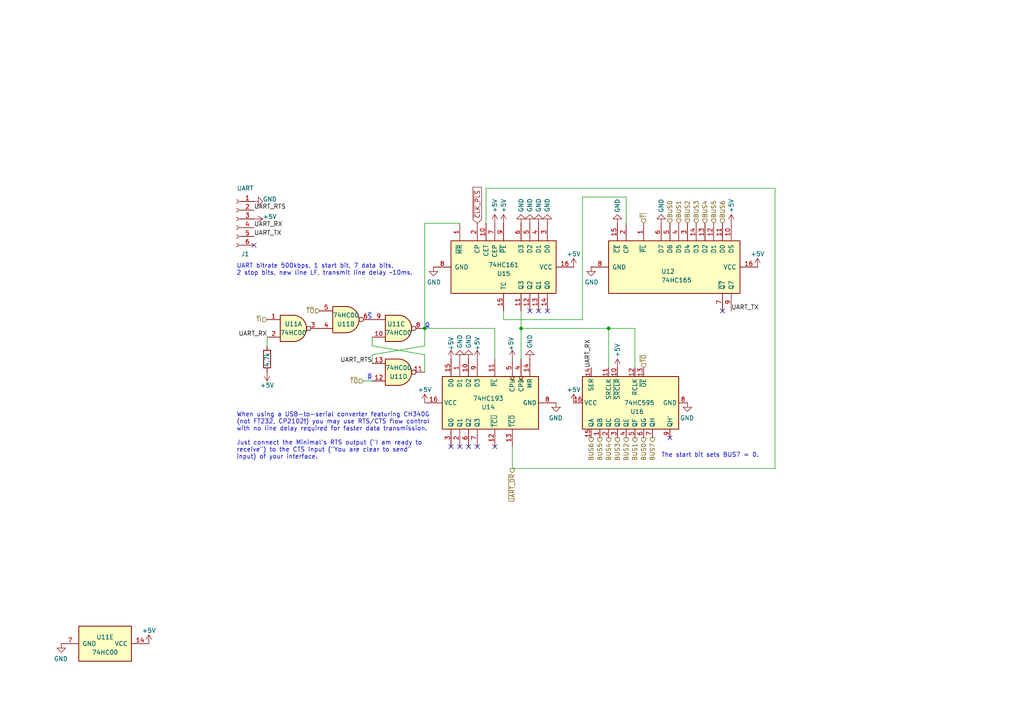
<source format=kicad_sch>
(kicad_sch (version 20250114) (generator "eeschema") (generator_version "9.0")
  (paper "A4")
  (title_block (title "UART") (date "2025-01-09") (rev "1.4 Redux") (comment 2 "creativecommons.org/licenses/by-nc-sa/4.0/") (comment 3 "This work is licensed under CC BY-NC-SA 4.0") (comment 4 "Author: Carsten Herting (slu4)"))
  (lib_symbols
    (symbol "74xx:74HC00" (pin_names (offset 1.016))
      (property "Reference" "U" (at 0 1.27 0))
      (property "Value" "74HC00" (at 0 -1.27 0))
      (symbol "74HC00_1_1"
        (arc (start 0 3.81) (mid 3.7934 0) (end 0 -3.81) (stroke (width 0.254)) (fill (type background)))
        (polyline (pts (xy 0 3.81) (xy -3.81 3.81) (xy -3.81 -3.81) (xy 0 -3.81)) (stroke (width 0.254)) (fill (type background)))
        (pin input line (at -7.62 2.54 0) (length 3.81) (name "~") (number "1"))
        (pin input line (at -7.62 -2.54 0) (length 3.81) (name "~") (number "2"))
        (pin output inverted (at 7.62 0 180) (length 3.81) (name "~") (number "3"))
      )
      (symbol "74HC00_1_2"
        (arc (start -3.81 3.81) (mid -2.589 0) (end -3.81 -3.81) (stroke (width 0.254)))
        (polyline (pts (xy -3.81 3.81) (xy -0.635 3.81)) (stroke (width 0.254)) (fill (type background)))
        (polyline (pts (xy -3.81 -3.81) (xy -0.635 -3.81)) (stroke (width 0.254)) (fill (type background)))
        (arc (start 3.81 0) (mid 2.1855 -2.584) (end -0.6096 -3.81) (stroke (width 0.254)) (fill (type background)))
        (arc (start -0.6096 3.81) (mid 2.1928 2.5924) (end 3.81 0) (stroke (width 0.254)) (fill (type background)))
        (polyline (pts (xy -0.635 3.81) (xy -3.81 3.81) (xy -3.81 3.81) (xy -3.556 3.4036) (xy -3.0226 2.2606) (xy -2.6924 1.0414) (xy -2.6162 -0.254) (xy -2.7686 -1.4986) (xy -3.175 -2.7178) (xy -3.81 -3.81) (xy -3.81 -3.81) (xy -0.635 -3.81)) (stroke (width -25.4)) (fill (type background)))
        (pin input inverted (at -7.62 2.54 0) (length 4.318) (name "~") (number "1"))
        (pin input inverted (at -7.62 -2.54 0) (length 4.318) (name "~") (number "2"))
        (pin output line (at 7.62 0 180) (length 3.81) (name "~") (number "3"))
      )
      (symbol "74HC00_2_1"
        (arc (start 0 3.81) (mid 3.7934 0) (end 0 -3.81) (stroke (width 0.254)) (fill (type background)))
        (polyline (pts (xy 0 3.81) (xy -3.81 3.81) (xy -3.81 -3.81) (xy 0 -3.81)) (stroke (width 0.254)) (fill (type background)))
        (pin input line (at -7.62 2.54 0) (length 3.81) (name "~") (number "4"))
        (pin input line (at -7.62 -2.54 0) (length 3.81) (name "~") (number "5"))
        (pin output inverted (at 7.62 0 180) (length 3.81) (name "~") (number "6"))
      )
      (symbol "74HC00_2_2"
        (arc (start -3.81 3.81) (mid -2.589 0) (end -3.81 -3.81) (stroke (width 0.254)))
        (polyline (pts (xy -3.81 3.81) (xy -0.635 3.81)) (stroke (width 0.254)) (fill (type background)))
        (polyline (pts (xy -3.81 -3.81) (xy -0.635 -3.81)) (stroke (width 0.254)) (fill (type background)))
        (arc (start 3.81 0) (mid 2.1855 -2.584) (end -0.6096 -3.81) (stroke (width 0.254)) (fill (type background)))
        (arc (start -0.6096 3.81) (mid 2.1928 2.5924) (end 3.81 0) (stroke (width 0.254)) (fill (type background)))
        (polyline (pts (xy -0.635 3.81) (xy -3.81 3.81) (xy -3.81 3.81) (xy -3.556 3.4036) (xy -3.0226 2.2606) (xy -2.6924 1.0414) (xy -2.6162 -0.254) (xy -2.7686 -1.4986) (xy -3.175 -2.7178) (xy -3.81 -3.81) (xy -3.81 -3.81) (xy -0.635 -3.81)) (stroke (width -25.4)) (fill (type background)))
        (pin input inverted (at -7.62 2.54 0) (length 4.318) (name "~") (number "4"))
        (pin input inverted (at -7.62 -2.54 0) (length 4.318) (name "~") (number "5"))
        (pin output line (at 7.62 0 180) (length 3.81) (name "~") (number "6"))
      )
      (symbol "74HC00_3_1"
        (arc (start 0 3.81) (mid 3.7934 0) (end 0 -3.81) (stroke (width 0.254)) (fill (type background)))
        (polyline (pts (xy 0 3.81) (xy -3.81 3.81) (xy -3.81 -3.81) (xy 0 -3.81)) (stroke (width 0.254)) (fill (type background)))
        (pin input line (at -7.62 2.54 0) (length 3.81) (name "~") (number "9"))
        (pin input line (at -7.62 -2.54 0) (length 3.81) (name "~") (number "10"))
        (pin output inverted (at 7.62 0 180) (length 3.81) (name "~") (number "8"))
      )
      (symbol "74HC00_3_2"
        (arc (start -3.81 3.81) (mid -2.589 0) (end -3.81 -3.81) (stroke (width 0.254)))
        (polyline (pts (xy -3.81 3.81) (xy -0.635 3.81)) (stroke (width 0.254)) (fill (type background)))
        (polyline (pts (xy -3.81 -3.81) (xy -0.635 -3.81)) (stroke (width 0.254)) (fill (type background)))
        (arc (start 3.81 0) (mid 2.1855 -2.584) (end -0.6096 -3.81) (stroke (width 0.254)) (fill (type background)))
        (arc (start -0.6096 3.81) (mid 2.1928 2.5924) (end 3.81 0) (stroke (width 0.254)) (fill (type background)))
        (polyline (pts (xy -0.635 3.81) (xy -3.81 3.81) (xy -3.81 3.81) (xy -3.556 3.4036) (xy -3.0226 2.2606) (xy -2.6924 1.0414) (xy -2.6162 -0.254) (xy -2.7686 -1.4986) (xy -3.175 -2.7178) (xy -3.81 -3.81) (xy -3.81 -3.81) (xy -0.635 -3.81)) (stroke (width -25.4)) (fill (type background)))
        (pin input inverted (at -7.62 2.54 0) (length 4.318) (name "~") (number "9"))
        (pin input inverted (at -7.62 -2.54 0) (length 4.318) (name "~") (number "10"))
        (pin output line (at 7.62 0 180) (length 3.81) (name "~") (number "8"))
      )
      (symbol "74HC00_4_1"
        (arc (start 0 3.81) (mid 3.7934 0) (end 0 -3.81) (stroke (width 0.254)) (fill (type background)))
        (polyline (pts (xy 0 3.81) (xy -3.81 3.81) (xy -3.81 -3.81) (xy 0 -3.81)) (stroke (width 0.254)) (fill (type background)))
        (pin input line (at -7.62 2.54 0) (length 3.81) (name "~") (number "12"))
        (pin input line (at -7.62 -2.54 0) (length 3.81) (name "~") (number "13"))
        (pin output inverted (at 7.62 0 180) (length 3.81) (name "~") (number "11"))
      )
      (symbol "74HC00_4_2"
        (arc (start -3.81 3.81) (mid -2.589 0) (end -3.81 -3.81) (stroke (width 0.254)))
        (polyline (pts (xy -3.81 3.81) (xy -0.635 3.81)) (stroke (width 0.254)) (fill (type background)))
        (polyline (pts (xy -3.81 -3.81) (xy -0.635 -3.81)) (stroke (width 0.254)) (fill (type background)))
        (arc (start 3.81 0) (mid 2.1855 -2.584) (end -0.6096 -3.81) (stroke (width 0.254)) (fill (type background)))
        (arc (start -0.6096 3.81) (mid 2.1928 2.5924) (end 3.81 0) (stroke (width 0.254)) (fill (type background)))
        (polyline (pts (xy -0.635 3.81) (xy -3.81 3.81) (xy -3.81 3.81) (xy -3.556 3.4036) (xy -3.0226 2.2606) (xy -2.6924 1.0414) (xy -2.6162 -0.254) (xy -2.7686 -1.4986) (xy -3.175 -2.7178) (xy -3.81 -3.81) (xy -3.81 -3.81) (xy -0.635 -3.81)) (stroke (width -25.4)) (fill (type background)))
        (pin input inverted (at -7.62 2.54 0) (length 4.318) (name "~") (number "12"))
        (pin input inverted (at -7.62 -2.54 0) (length 4.318) (name "~") (number "13"))
        (pin output line (at 7.62 0 180) (length 3.81) (name "~") (number "11"))
      )
      (symbol "74HC00_5_0"
        (pin power_in line (at 0 12.7 270) (length 5.08) (name "VCC") (number "14"))
        (pin power_in line (at 0 -12.7 90) (length 5.08) (name "GND") (number "7"))
      )
      (symbol "74HC00_5_1"
        (rectangle (start -5.08 7.62) (end 5.08 -7.62) (stroke (width 0.254)) (fill (type background)))
      )
    )
    (symbol "74xx:74HC595"
      (property "Reference" "U" (at -7.62 13.97 0))
      (property "Value" "74HC595" (at -7.62 -16.51 0))
      (symbol "74HC595_1_0"
        (pin input line (at -10.16 10.16 0) (length 2.54) (name "SER") (number "14"))
        (pin input line (at -10.16 5.08 0) (length 2.54) (name "SRCLK") (number "11"))
        (pin input line (at -10.16 2.54 0) (length 2.54) (name "~{SRCLR}") (number "10"))
        (pin input line (at -10.16 -2.54 0) (length 2.54) (name "RCLK") (number "12"))
        (pin input line (at -10.16 -5.08 0) (length 2.54) (name "~{OE}") (number "13"))
        (pin power_in line (at 0 15.24 270) (length 2.54) (name "VCC") (number "16"))
        (pin power_in line (at 0 -17.78 90) (length 2.54) (name "GND") (number "8"))
        (pin tri_state line (at 10.16 10.16 180) (length 2.54) (name "QA") (number "15"))
        (pin tri_state line (at 10.16 7.62 180) (length 2.54) (name "QB") (number "1"))
        (pin tri_state line (at 10.16 5.08 180) (length 2.54) (name "QC") (number "2"))
        (pin tri_state line (at 10.16 2.54 180) (length 2.54) (name "QD") (number "3"))
        (pin tri_state line (at 10.16 0 180) (length 2.54) (name "QE") (number "4"))
        (pin tri_state line (at 10.16 -2.54 180) (length 2.54) (name "QF") (number "5"))
        (pin tri_state line (at 10.16 -5.08 180) (length 2.54) (name "QG") (number "6"))
        (pin tri_state line (at 10.16 -7.62 180) (length 2.54) (name "QH") (number "7"))
        (pin output line (at 10.16 -12.7 180) (length 2.54) (name "QH'") (number "9"))
      )
      (symbol "74HC595_1_1"
        (rectangle (start -7.62 12.7) (end 7.62 -15.24) (stroke (width 0.254)) (fill (type background)))
      )
    )
    (symbol "8-Bit CPU 32k-cache:74HC00" (pin_names (offset 1.016))
      (property "Reference" "U" (at 0 1.27 0))
      (property "Value" "74HC00" (at 0 -1.27 0))
      (symbol "74HC00_1_1"
        (arc (start 0 3.81) (mid 3.7934 0) (end 0 -3.81) (stroke (width 0.254)) (fill (type background)))
        (polyline (pts (xy 0 3.81) (xy -3.81 3.81) (xy -3.81 -3.81) (xy 0 -3.81)) (stroke (width 0.254)) (fill (type background)))
        (pin input line (at -7.62 2.54 0) (length 3.81) (name "~") (number "1"))
        (pin input line (at -7.62 -2.54 0) (length 3.81) (name "~") (number "2"))
        (pin output inverted (at 7.62 0 180) (length 3.81) (name "~") (number "3"))
      )
      (symbol "74HC00_1_2"
        (arc (start -3.81 3.81) (mid -2.589 0) (end -3.81 -3.81) (stroke (width 0.254)))
        (polyline (pts (xy -3.81 3.81) (xy -0.635 3.81)) (stroke (width 0.254)) (fill (type background)))
        (polyline (pts (xy -3.81 -3.81) (xy -0.635 -3.81)) (stroke (width 0.254)) (fill (type background)))
        (arc (start 3.81 0) (mid 2.1855 -2.584) (end -0.6096 -3.81) (stroke (width 0.254)) (fill (type background)))
        (arc (start -0.6096 3.81) (mid 2.1928 2.5924) (end 3.81 0) (stroke (width 0.254)) (fill (type background)))
        (polyline (pts (xy -0.635 3.81) (xy -3.81 3.81) (xy -3.81 3.81) (xy -3.556 3.4036) (xy -3.0226 2.2606) (xy -2.6924 1.0414) (xy -2.6162 -0.254) (xy -2.7686 -1.4986) (xy -3.175 -2.7178) (xy -3.81 -3.81) (xy -3.81 -3.81) (xy -0.635 -3.81)) (stroke (width -25.4)) (fill (type background)))
        (pin input inverted (at -7.62 2.54 0) (length 4.318) (name "~") (number "1"))
        (pin input inverted (at -7.62 -2.54 0) (length 4.318) (name "~") (number "2"))
        (pin output line (at 7.62 0 180) (length 3.81) (name "~") (number "3"))
      )
      (symbol "74HC00_2_1"
        (arc (start 0 3.81) (mid 3.7934 0) (end 0 -3.81) (stroke (width 0.254)) (fill (type background)))
        (polyline (pts (xy 0 3.81) (xy -3.81 3.81) (xy -3.81 -3.81) (xy 0 -3.81)) (stroke (width 0.254)) (fill (type background)))
        (pin input line (at -7.62 2.54 0) (length 3.81) (name "~") (number "4"))
        (pin input line (at -7.62 -2.54 0) (length 3.81) (name "~") (number "5"))
        (pin output inverted (at 7.62 0 180) (length 3.81) (name "~") (number "6"))
      )
      (symbol "74HC00_2_2"
        (arc (start -3.81 3.81) (mid -2.589 0) (end -3.81 -3.81) (stroke (width 0.254)))
        (polyline (pts (xy -3.81 3.81) (xy -0.635 3.81)) (stroke (width 0.254)) (fill (type background)))
        (polyline (pts (xy -3.81 -3.81) (xy -0.635 -3.81)) (stroke (width 0.254)) (fill (type background)))
        (arc (start 3.81 0) (mid 2.1855 -2.584) (end -0.6096 -3.81) (stroke (width 0.254)) (fill (type background)))
        (arc (start -0.6096 3.81) (mid 2.1928 2.5924) (end 3.81 0) (stroke (width 0.254)) (fill (type background)))
        (polyline (pts (xy -0.635 3.81) (xy -3.81 3.81) (xy -3.81 3.81) (xy -3.556 3.4036) (xy -3.0226 2.2606) (xy -2.6924 1.0414) (xy -2.6162 -0.254) (xy -2.7686 -1.4986) (xy -3.175 -2.7178) (xy -3.81 -3.81) (xy -3.81 -3.81) (xy -0.635 -3.81)) (stroke (width -25.4)) (fill (type background)))
        (pin input inverted (at -7.62 2.54 0) (length 4.318) (name "~") (number "4"))
        (pin input inverted (at -7.62 -2.54 0) (length 4.318) (name "~") (number "5"))
        (pin output line (at 7.62 0 180) (length 3.81) (name "~") (number "6"))
      )
      (symbol "74HC00_3_1"
        (arc (start 0 3.81) (mid 3.7934 0) (end 0 -3.81) (stroke (width 0.254)) (fill (type background)))
        (polyline (pts (xy 0 3.81) (xy -3.81 3.81) (xy -3.81 -3.81) (xy 0 -3.81)) (stroke (width 0.254)) (fill (type background)))
        (pin input line (at -7.62 2.54 0) (length 3.81) (name "~") (number "9"))
        (pin input line (at -7.62 -2.54 0) (length 3.81) (name "~") (number "10"))
        (pin output inverted (at 7.62 0 180) (length 3.81) (name "~") (number "8"))
      )
      (symbol "74HC00_3_2"
        (arc (start -3.81 3.81) (mid -2.589 0) (end -3.81 -3.81) (stroke (width 0.254)))
        (polyline (pts (xy -3.81 3.81) (xy -0.635 3.81)) (stroke (width 0.254)) (fill (type background)))
        (polyline (pts (xy -3.81 -3.81) (xy -0.635 -3.81)) (stroke (width 0.254)) (fill (type background)))
        (arc (start 3.81 0) (mid 2.1855 -2.584) (end -0.6096 -3.81) (stroke (width 0.254)) (fill (type background)))
        (arc (start -0.6096 3.81) (mid 2.1928 2.5924) (end 3.81 0) (stroke (width 0.254)) (fill (type background)))
        (polyline (pts (xy -0.635 3.81) (xy -3.81 3.81) (xy -3.81 3.81) (xy -3.556 3.4036) (xy -3.0226 2.2606) (xy -2.6924 1.0414) (xy -2.6162 -0.254) (xy -2.7686 -1.4986) (xy -3.175 -2.7178) (xy -3.81 -3.81) (xy -3.81 -3.81) (xy -0.635 -3.81)) (stroke (width -25.4)) (fill (type background)))
        (pin input inverted (at -7.62 2.54 0) (length 4.318) (name "~") (number "9"))
        (pin input inverted (at -7.62 -2.54 0) (length 4.318) (name "~") (number "10"))
        (pin output line (at 7.62 0 180) (length 3.81) (name "~") (number "8"))
      )
      (symbol "74HC00_4_1"
        (arc (start 0 3.81) (mid 3.7934 0) (end 0 -3.81) (stroke (width 0.254)) (fill (type background)))
        (polyline (pts (xy 0 3.81) (xy -3.81 3.81) (xy -3.81 -3.81) (xy 0 -3.81)) (stroke (width 0.254)) (fill (type background)))
        (pin input line (at -7.62 2.54 0) (length 3.81) (name "~") (number "12"))
        (pin input line (at -7.62 -2.54 0) (length 3.81) (name "~") (number "13"))
        (pin output inverted (at 7.62 0 180) (length 3.81) (name "~") (number "11"))
      )
      (symbol "74HC00_4_2"
        (arc (start -3.81 3.81) (mid -2.589 0) (end -3.81 -3.81) (stroke (width 0.254)))
        (polyline (pts (xy -3.81 3.81) (xy -0.635 3.81)) (stroke (width 0.254)) (fill (type background)))
        (polyline (pts (xy -3.81 -3.81) (xy -0.635 -3.81)) (stroke (width 0.254)) (fill (type background)))
        (arc (start 3.81 0) (mid 2.1855 -2.584) (end -0.6096 -3.81) (stroke (width 0.254)) (fill (type background)))
        (arc (start -0.6096 3.81) (mid 2.1928 2.5924) (end 3.81 0) (stroke (width 0.254)) (fill (type background)))
        (polyline (pts (xy -0.635 3.81) (xy -3.81 3.81) (xy -3.81 3.81) (xy -3.556 3.4036) (xy -3.0226 2.2606) (xy -2.6924 1.0414) (xy -2.6162 -0.254) (xy -2.7686 -1.4986) (xy -3.175 -2.7178) (xy -3.81 -3.81) (xy -3.81 -3.81) (xy -0.635 -3.81)) (stroke (width -25.4)) (fill (type background)))
        (pin input inverted (at -7.62 2.54 0) (length 4.318) (name "~") (number "12"))
        (pin input inverted (at -7.62 -2.54 0) (length 4.318) (name "~") (number "13"))
        (pin output line (at 7.62 0 180) (length 3.81) (name "~") (number "11"))
      )
      (symbol "74HC00_5_0"
        (pin power_in line (at 0 12.7 270) (length 5.08) (name "VCC") (number "14"))
        (pin power_in line (at 0 -12.7 90) (length 5.08) (name "GND") (number "7"))
      )
      (symbol "74HC00_5_1"
        (rectangle (start -5.08 7.62) (end 5.08 -7.62) (stroke (width 0.254)) (fill (type background)))
      )
    )
    (symbol "8-Bit CPU 32k:74HC161" (pin_names (offset 1.016))
      (property "Reference" "U" (at -7.62 16.51 0))
      (property "Value" "74HC161" (at -7.62 -16.51 0))
      (symbol "74HC161_1_0"
        (pin input line (at -12.7 12.7 0) (length 5.08) (name "D0") (number "3"))
        (pin input line (at -12.7 10.16 0) (length 5.08) (name "D1") (number "4"))
        (pin input line (at -12.7 7.62 0) (length 5.08) (name "D2") (number "5"))
        (pin input line (at -12.7 5.08 0) (length 5.08) (name "D3") (number "6"))
        (pin input line (at -12.7 0 0) (length 5.08) (name "~{PE}") (number "9"))
        (pin input line (at -12.7 -2.54 0) (length 5.08) (name "CEP") (number "7"))
        (pin input line (at -12.7 -5.08 0) (length 5.08) (name "CET") (number "10"))
        (pin input line (at -12.7 -7.62 0) (length 5.08) (name "CP") (number "2"))
        (pin input line (at -12.7 -12.7 0) (length 5.08) (name "~{MR}") (number "1"))
        (pin power_in line (at 0 20.32 270) (length 5.08) (name "VCC") (number "16"))
        (pin power_in line (at 0 -20.32 90) (length 5.08) (name "GND") (number "8"))
        (pin output line (at 12.7 12.7 180) (length 5.08) (name "Q0") (number "14"))
        (pin output line (at 12.7 10.16 180) (length 5.08) (name "Q1") (number "13"))
        (pin output line (at 12.7 7.62 180) (length 5.08) (name "Q2") (number "12"))
        (pin output line (at 12.7 5.08 180) (length 5.08) (name "Q3") (number "11"))
        (pin output line (at 12.7 0 180) (length 5.08) (name "TC") (number "15"))
      )
      (symbol "74HC161_1_1"
        (rectangle (start -7.62 15.24) (end 7.62 -15.24) (stroke (width 0.254)) (fill (type background)))
      )
    )
    (symbol "8-Bit CPU 32k:74HC165" (pin_names (offset 1.016))
      (property "Reference" "U" (at -7.62 19.05 0))
      (property "Value" "74HC165" (at -7.62 -21.59 0))
      (symbol "74HC165_1_0"
        (pin input line (at -12.7 15.24 0) (length 5.08) (name "DS") (number "10"))
        (pin input line (at -12.7 12.7 0) (length 5.08) (name "D0") (number "11"))
        (pin input line (at -12.7 10.16 0) (length 5.08) (name "D1") (number "12"))
        (pin input line (at -12.7 7.62 0) (length 5.08) (name "D2") (number "13"))
        (pin input line (at -12.7 5.08 0) (length 5.08) (name "D3") (number "14"))
        (pin input line (at -12.7 2.54 0) (length 5.08) (name "D4") (number "3"))
        (pin input line (at -12.7 0 0) (length 5.08) (name "D5") (number "4"))
        (pin input line (at -12.7 -2.54 0) (length 5.08) (name "D6") (number "5"))
        (pin input line (at -12.7 -5.08 0) (length 5.08) (name "D7") (number "6"))
        (pin input line (at -12.7 -10.16 0) (length 5.08) (name "~{PL}") (number "1"))
        (pin input line (at -12.7 -15.24 0) (length 5.08) (name "CP") (number "2"))
        (pin input line (at -12.7 -17.78 0) (length 5.08) (name "~{CE}") (number "15"))
        (pin power_in line (at 0 22.86 270) (length 5.08) (name "VCC") (number "16"))
        (pin power_in line (at 0 -25.4 90) (length 5.08) (name "GND") (number "8"))
        (pin output line (at 12.7 15.24 180) (length 5.08) (name "Q7") (number "9"))
        (pin output line (at 12.7 12.7 180) (length 5.08) (name "~{Q7}") (number "7"))
      )
      (symbol "74HC165_1_1"
        (rectangle (start -7.62 17.78) (end 7.62 -20.32) (stroke (width 0.254)) (fill (type background)))
      )
    )
    (symbol "8-Bit CPU 32k:74HC193"
      (property "Reference" "U" (at -7.62 13.97 0))
      (property "Value" "74HC193" (at 5.08 13.97 0))
      (symbol "74HC193_1_0"
        (pin input line (at -12.7 10.16 0) (length 5.08) (name "D0") (number "15"))
        (pin input line (at -12.7 7.62 0) (length 5.08) (name "D1") (number "1"))
        (pin input line (at -12.7 5.08 0) (length 5.08) (name "D2") (number "10"))
        (pin input line (at -12.7 2.54 0) (length 5.08) (name "D3") (number "9"))
        (pin input line (at -12.7 -2.54 0) (length 5.08) (name "~{PL}") (number "11"))
        (pin input clock (at -12.7 -7.62 0) (length 5.08) (name "CPU") (number "5"))
        (pin input clock (at -12.7 -10.16 0) (length 5.08) (name "CPD") (number "4"))
        (pin input line (at -12.7 -12.7 0) (length 5.08) (name "MR") (number "14"))
        (pin power_in line (at 0 17.78 270) (length 5.08) (name "VCC") (number "16"))
        (pin power_in line (at 0 -20.32 90) (length 5.08) (name "GND") (number "8"))
        (pin output line (at 12.7 10.16 180) (length 5.08) (name "Q0") (number "3"))
        (pin output line (at 12.7 7.62 180) (length 5.08) (name "Q1") (number "2"))
        (pin output line (at 12.7 5.08 180) (length 5.08) (name "Q2") (number "6"))
        (pin output line (at 12.7 2.54 180) (length 5.08) (name "Q3") (number "7"))
        (pin output line (at 12.7 -2.54 180) (length 5.08) (name "~{TCU}") (number "12"))
        (pin output line (at 12.7 -7.62 180) (length 5.08) (name "~{TCD}") (number "13"))
      )
      (symbol "74HC193_1_1"
        (rectangle (start -7.62 12.7) (end 7.62 -15.24) (stroke (width 0.254)) (fill (type background)))
      )
    )
    (symbol "Connector:Conn_01x06_Female" (pin_names (offset 1.016) (hide yes))
      (property "Reference" "J" (at 0 7.62 0))
      (property "Value" "Conn_01x06_Female" (at 0 -10.16 0))
      (symbol "Conn_01x06_Female_1_1"
        (polyline (pts (xy -1.27 5.08) (xy -0.508 5.08)) (stroke (width 0.1524)))
        (polyline (pts (xy -1.27 2.54) (xy -0.508 2.54)) (stroke (width 0.1524)))
        (polyline (pts (xy -1.27 0) (xy -0.508 0)) (stroke (width 0.1524)))
        (polyline (pts (xy -1.27 -2.54) (xy -0.508 -2.54)) (stroke (width 0.1524)))
        (polyline (pts (xy -1.27 -5.08) (xy -0.508 -5.08)) (stroke (width 0.1524)))
        (polyline (pts (xy -1.27 -7.62) (xy -0.508 -7.62)) (stroke (width 0.1524)))
        (arc (start 0 4.572) (mid -0.5058 5.08) (end 0 5.588) (stroke (width 0.1524)))
        (arc (start 0 2.032) (mid -0.5058 2.54) (end 0 3.048) (stroke (width 0.1524)))
        (arc (start 0 -0.508) (mid -0.5058 0) (end 0 0.508) (stroke (width 0.1524)))
        (arc (start 0 -3.048) (mid -0.5058 -2.54) (end 0 -2.032) (stroke (width 0.1524)))
        (arc (start 0 -5.588) (mid -0.5058 -5.08) (end 0 -4.572) (stroke (width 0.1524)))
        (arc (start 0 -8.128) (mid -0.5058 -7.62) (end 0 -7.112) (stroke (width 0.1524)))
        (pin passive line (at -5.08 5.08 0) (length 3.81) (name "Pin_1") (number "1"))
        (pin passive line (at -5.08 2.54 0) (length 3.81) (name "Pin_2") (number "2"))
        (pin passive line (at -5.08 0 0) (length 3.81) (name "Pin_3") (number "3"))
        (pin passive line (at -5.08 -2.54 0) (length 3.81) (name "Pin_4") (number "4"))
        (pin passive line (at -5.08 -5.08 0) (length 3.81) (name "Pin_5") (number "5"))
        (pin passive line (at -5.08 -7.62 0) (length 3.81) (name "Pin_6") (number "6"))
      )
    )
    (symbol "Device:R" (pin_numbers (hide yes)) (pin_names (offset 0))
      (property "Reference" "R" (at 2.032 0 90))
      (property "Value" "R" (at 0 0 90))
      (symbol "R_0_1"
        (rectangle (start -1.016 -2.54) (end 1.016 2.54) (stroke (width 0.254)))
      )
      (symbol "R_1_1"
        (pin passive line (at 0 3.81 270) (length 1.27) (name "~") (number "1"))
        (pin passive line (at 0 -3.81 90) (length 1.27) (name "~") (number "2"))
      )
    )
    (symbol "power:+5V" (power) (pin_numbers (hide yes)) (pin_names (offset 0) (hide yes))
      (property "Value" "+5V" (at 0 3.556 0))
      (symbol "+5V_0_1"
        (polyline (pts (xy -0.762 1.27) (xy 0 2.54)))
        (polyline (pts (xy 0 2.54) (xy 0.762 1.27)))
        (polyline (pts (xy 0 0) (xy 0 2.54)))
      )
      (symbol "+5V_1_1"
        (pin power_in line (at 0 0 90) (length 0) (name "~") (number "1"))
      )
    )
    (symbol "power:GND" (power) (pin_numbers (hide yes)) (pin_names (offset 0) (hide yes))
      (property "Value" "GND" (at 0 -3.81 0))
      (symbol "GND_0_1"
        (polyline (pts (xy 0 0) (xy 0 -1.27) (xy 1.27 -1.27) (xy 0 -2.54) (xy -1.27 -1.27) (xy 0 -1.27)))
      )
      (symbol "GND_1_1"
        (pin power_in line (at 0 0 270) (length 0) (name "~") (number "1"))
      )
    )
  )
  (text "~{S}" (at 107.95 92.71 0) (effects (font (size 1.27 1.27)) (justify right bottom)))
  (text "UART bitrate 500kbps, 1 start bit, 7 data bits,\n2 stop bits, new line LF, transmit line delay ~10ms." (at 68.58 80.01 0) (effects (font (size 1.27 1.27)) (justify left bottom)))
  (text "Q" (at 123.19 95.25 0) (effects (font (size 1.27 1.27)) (justify left bottom)))
  (text "~{R}" (at 107.95 110.49 0) (effects (font (size 1.27 1.27)) (justify right bottom)))
  (text "The start bit sets BUS7 = 0." (at 191.77 132.08 0) (effects (font (size 1.27 1.27)) (justify left)))
  (text "When using a USB-to-serial converter featuring CH340G\n(not FT232, CP2102!) you may use RTS/CTS flow control\nwith no line delay required for faster data transmission.\n\nJust connect the Minimal's RTS output (\"I am ready to\nreceive\") to the CTS input (\"You are clear to send\"\ninput) of your interface." (at 68.58 133.35 0) (effects (font (size 1.27 1.27)) (justify left bottom)))
  (junction (at 176.53 95.25))
  (junction (at 123.19 95.25))
  (junction (at 151.13 95.25))
  (no_connect (at 209.55 90.17))
  (no_connect (at 135.89 129.54))
  (no_connect (at 130.81 129.54))
  (no_connect (at 194.31 127))
  (no_connect (at 153.67 90.17))
  (no_connect (at 156.21 90.17))
  (no_connect (at 143.51 129.54))
  (no_connect (at 138.43 129.54))
  (no_connect (at 73.66 71.12))
  (no_connect (at 133.35 129.54))
  (no_connect (at 158.75 90.17))
  (wire (pts (xy 151.13 95.25) (xy 176.53 95.25)))
  (wire (pts (xy 224.79 54.61) (xy 224.79 135.89)))
  (wire (pts (xy 140.97 64.77) (xy 140.97 54.61)))
  (wire (pts (xy 148.59 135.89) (xy 148.59 129.54)))
  (wire (pts (xy 168.91 92.71) (xy 168.91 57.15)))
  (wire (pts (xy 143.51 95.25) (xy 123.19 95.25)))
  (wire (pts (xy 181.61 57.15) (xy 181.61 64.77)))
  (wire (pts (xy 176.53 95.25) (xy 176.53 106.68)))
  (wire (pts (xy 107.95 100.33) (xy 123.19 102.87)))
  (wire (pts (xy 224.79 135.89) (xy 148.59 135.89)))
  (wire (pts (xy 140.97 54.61) (xy 224.79 54.61)))
  (wire (pts (xy 146.05 90.17) (xy 146.05 92.71)))
  (wire (pts (xy 151.13 95.25) (xy 151.13 104.14)))
  (wire (pts (xy 105.41 110.49) (xy 107.95 110.49)))
  (wire (pts (xy 123.19 64.77) (xy 133.35 64.77)))
  (wire (pts (xy 184.15 95.25) (xy 176.53 95.25)))
  (wire (pts (xy 123.19 102.87) (xy 123.19 107.95)))
  (wire (pts (xy 107.95 97.79) (xy 107.95 100.33)))
  (wire (pts (xy 184.15 106.68) (xy 184.15 95.25)))
  (wire (pts (xy 146.05 92.71) (xy 168.91 92.71)))
  (wire (pts (xy 123.19 100.33) (xy 123.19 95.25)))
  (wire (pts (xy 143.51 104.14) (xy 143.51 95.25)))
  (wire (pts (xy 107.95 105.41) (xy 107.95 102.87)))
  (wire (pts (xy 168.91 57.15) (xy 181.61 57.15)))
  (wire (pts (xy 107.95 102.87) (xy 123.19 100.33)))
  (wire (pts (xy 151.13 90.17) (xy 151.13 95.25)))
  (wire (pts (xy 77.47 97.79) (xy 77.47 100.33)))
  (wire (pts (xy 123.19 95.25) (xy 123.19 64.77)))
  (label "UART_TX" (at 73.66 68.58 0))
  (label "UART_RX" (at 171.45 106.68 90))
  (label "UART_RX" (at 77.47 97.79 180))
  (label "UART_RTS" (at 73.66 60.96 0))
  (label "UART_RTS" (at 107.95 105.41 180))
  (label "UART_TX" (at 212.09 90.17 0))
  (label "UART_RX" (at 73.66 66.04 0))
  (global_label "~{CLK_PLS}" (shape input) (at 138.43 64.77 90) (property "Intersheetrefs" "${INTERSHEET_REFS}" (effects (hide yes))))
  (hierarchical_label "BUS5" (shape output) (at 173.99 127 270))
  (hierarchical_label "BUS6" (shape input) (at 209.55 64.77 90))
  (hierarchical_label "BUS2" (shape output) (at 181.61 127 270))
  (hierarchical_label "BUS3" (shape input) (at 201.93 64.77 90))
  (hierarchical_label "BUS5" (shape input) (at 207.01 64.77 90))
  (hierarchical_label "~{TO}" (shape input) (at 186.69 106.68 90))
  (hierarchical_label "BUS1" (shape output) (at 184.15 127 270))
  (hierarchical_label "~{TI}" (shape input) (at 186.69 64.77 90))
  (hierarchical_label "BUS2" (shape input) (at 199.39 64.77 90))
  (hierarchical_label "~{TO}" (shape input) (at 92.71 90.17 180))
  (hierarchical_label "~{TI}" (shape input) (at 77.47 92.71 180))
  (hierarchical_label "BUS4" (shape input) (at 204.47 64.77 90))
  (hierarchical_label "BUS0" (shape input) (at 194.31 64.77 90))
  (hierarchical_label "~{UART_DR}" (shape output) (at 148.59 135.89 270))
  (hierarchical_label "~{TO}" (shape input) (at 105.41 110.49 180))
  (hierarchical_label "BUS1" (shape input) (at 196.85 64.77 90))
  (hierarchical_label "BUS0" (shape output) (at 186.69 127 270))
  (hierarchical_label "BUS4" (shape output) (at 176.53 127 270))
  (hierarchical_label "BUS6" (shape output) (at 171.45 127 270))
  (hierarchical_label "BUS7" (shape output) (at 189.23 127 270))
  (hierarchical_label "BUS3" (shape output) (at 179.07 127 270))
  (symbol (lib_id "74xx:74HC595") (at 181.61 116.84 90) (mirror x) (unit 1)
    (property "Reference" "U16" (at 184.785 119.38 90))
    (property "Value" "74HC595" (at 185.42 116.84 90))
    (property "Footprint" "Package_DIP:DIP-16_W7.62mm_Socket" (effects (hide yes)))
    (property "Datasheet" "http://www.ti.com/lit/ds/symlink/sn74hc595.pdf" (effects (hide yes)))
    (property "Description" "8-bit serial in/out Shift Register 3-State Outputs" (effects (hide yes)))
  )
  (symbol (lib_id "power:GND") (at 73.66 58.42 90) (unit 1)
    (property "Reference" "#PWR04" (effects (hide yes)))
    (property "Value" "GND" (at 76.2 57.785 90) (effects (justify right)))
    (property "Description" "Power symbol creates a global label with name \"GND\" , ground" (effects (hide yes)))
  )
  (symbol (lib_id "power:GND") (at 156.21 64.77 180) (unit 1)
    (property "Reference" "#PWR028" (effects (hide yes)))
    (property "Value" "GND" (at 156.21 61.595 90) (effects (justify right)))
    (property "Description" "Power symbol creates a global label with name \"GND\" , ground" (effects (hide yes)))
  )
  (symbol (lib_id "power:+5V") (at 219.71 77.47 0) (unit 1)
    (property "Reference" "#PWR0249" (effects (hide yes)))
    (property "Value" "+5V" (at 219.71 73.66 0))
    (property "Description" "Power symbol creates a global label with name \"+5V\"" (effects (hide yes)))
  )
  (symbol (lib_id "Connector:Conn_01x06_Female") (at 68.58 63.5 0) (mirror y) (unit 1)
    (property "Reference" "J1" (at 71.12 73.66 0))
    (property "Value" "UART" (at 71.12 54.61 0))
    (property "Footprint" "Connector_PinSocket_2.54mm:PinSocket_1x06_P2.54mm_Vertical" (effects (hide yes)))
  )
  (symbol (lib_id "power:+5V") (at 146.05 64.77 0) (unit 1)
    (property "Reference" "#PWR083" (effects (hide yes)))
    (property "Value" "+5V" (at 146.05 59.69 90))
    (property "Description" "Power symbol creates a global label with name \"+5V\"" (effects (hide yes)))
  )
  (symbol (lib_id "74xx:74HC00") (at 115.57 95.25 0) (unit 3)
    (property "Reference" "U11" (at 114.935 93.98 0))
    (property "Value" "74HC00" (at 115.57 96.52 0))
    (property "Footprint" "Package_DIP:DIP-14_W7.62mm_Socket" (effects (hide yes)))
    (property "Datasheet" "http://www.ti.com/lit/gpn/sn74hc00" (effects (hide yes)))
    (property "Description" "quad 2-input NAND gate" (effects (hide yes)))
  )
  (symbol (lib_id "8-Bit CPU 32k-cache:74HC00") (at 30.48 186.69 270) (unit 5)
    (property "Reference" "U11" (at 30.48 184.785 90))
    (property "Value" "74HC00" (at 30.48 189.23 90))
    (property "Footprint" "Package_DIP:DIP-14_W7.62mm_Socket" (effects (hide yes)))
  )
  (symbol (lib_id "power:GND") (at 17.78 186.69 0) (mirror y) (unit 1)
    (property "Reference" "#PWR019" (effects (hide yes)))
    (property "Value" "GND" (at 17.653 191.0842 0))
    (property "Description" "Power symbol creates a global label with name \"GND\" , ground" (effects (hide yes)))
  )
  (symbol (lib_id "74xx:74HC00") (at 115.57 107.95 0) (mirror x) (unit 4)
    (property "Reference" "U11" (at 115.57 109.22 0))
    (property "Value" "74HC00" (at 115.57 106.68 0))
    (property "Footprint" "Package_DIP:DIP-14_W7.62mm_Socket" (effects (hide yes)))
    (property "Datasheet" "http://www.ti.com/lit/gpn/sn74hc00" (effects (hide yes)))
    (property "Description" "quad 2-input NAND gate" (effects (hide yes)))
  )
  (symbol (lib_id "power:GND") (at 135.89 104.14 0) (mirror x) (unit 1)
    (property "Reference" "#PWR062" (effects (hide yes)))
    (property "Value" "GND" (at 135.89 99.06 90))
    (property "Description" "Power symbol creates a global label with name \"GND\" , ground" (effects (hide yes)))
  )
  (symbol (lib_id "8-Bit CPU 32k:74HC165") (at 196.85 77.47 270) (unit 1)
    (property "Reference" "U12" (at 191.77 78.74 90) (effects (justify left)))
    (property "Value" "74HC165" (at 191.77 81.28 90) (effects (justify left)))
    (property "Footprint" "Package_DIP:DIP-16_W7.62mm_Socket" (effects (hide yes)))
    (property "Datasheet" "http://www.ti.com/lit/gpn/sn74LS165" (effects (hide yes)))
    (property "Description" "Shift Register 8-bit, parallel load" (effects (hide yes)))
  )
  (symbol (lib_id "power:+5V") (at 179.07 106.68 0) (mirror y) (unit 1)
    (property "Reference" "#PWR0177" (effects (hide yes)))
    (property "Value" "+5V" (at 179.07 101.6 90))
    (property "Description" "Power symbol creates a global label with name \"+5V\"" (effects (hide yes)))
  )
  (symbol (lib_id "power:+5V") (at 77.47 107.95 0) (mirror x) (unit 1)
    (property "Reference" "#PWR018" (effects (hide yes)))
    (property "Value" "+5V" (at 77.47 111.76 0))
    (property "Description" "Power symbol creates a global label with name \"+5V\"" (effects (hide yes)))
  )
  (symbol (lib_id "power:GND") (at 191.77 64.77 180) (unit 1)
    (property "Reference" "#PWR0191" (effects (hide yes)))
    (property "Value" "GND" (at 191.77 59.69 90))
    (property "Description" "Power symbol creates a global label with name \"GND\" , ground" (effects (hide yes)))
  )
  (symbol (lib_id "power:GND") (at 161.29 116.84 0) (mirror y) (unit 1)
    (property "Reference" "#PWR0101" (effects (hide yes)))
    (property "Value" "GND" (at 161.163 121.2342 0))
    (property "Description" "Power symbol creates a global label with name \"GND\" , ground" (effects (hide yes)))
  )
  (symbol (lib_id "power:GND") (at 153.67 104.14 0) (mirror x) (unit 1)
    (property "Reference" "#PWR097" (effects (hide yes)))
    (property "Value" "GND" (at 153.67 99.06 90))
    (property "Description" "Power symbol creates a global label with name \"GND\" , ground" (effects (hide yes)))
  )
  (symbol (lib_id "power:+5V") (at 166.37 77.47 0) (unit 1)
    (property "Reference" "#PWR0125" (effects (hide yes)))
    (property "Value" "+5V" (at 166.37 73.66 0))
    (property "Description" "Power symbol creates a global label with name \"+5V\"" (effects (hide yes)))
  )
  (symbol (lib_id "power:GND") (at 133.35 104.14 0) (mirror x) (unit 1)
    (property "Reference" "#PWR032" (effects (hide yes)))
    (property "Value" "GND" (at 133.35 99.06 90))
    (property "Description" "Power symbol creates a global label with name \"GND\" , ground" (effects (hide yes)))
  )
  (symbol (lib_id "power:GND") (at 171.45 77.47 0) (unit 1)
    (property "Reference" "#PWR0162" (effects (hide yes)))
    (property "Value" "GND" (at 171.577 81.8642 0))
    (property "Description" "Power symbol creates a global label with name \"GND\" , ground" (effects (hide yes)))
  )
  (symbol (lib_id "power:GND") (at 125.73 77.47 0) (unit 1)
    (property "Reference" "#PWR026" (effects (hide yes)))
    (property "Value" "GND" (at 125.857 81.8642 0))
    (property "Description" "Power symbol creates a global label with name \"GND\" , ground" (effects (hide yes)))
  )
  (symbol (lib_id "74xx:74HC00") (at 85.09 95.25 0) (unit 1)
    (property "Reference" "U11" (at 85.09 93.98 0))
    (property "Value" "74HC00" (at 85.09 96.52 0))
    (property "Footprint" "Package_DIP:DIP-14_W7.62mm_Socket" (effects (hide yes)))
    (property "Datasheet" "http://www.ti.com/lit/gpn/sn74hc00" (effects (hide yes)))
    (property "Description" "quad 2-input NAND gate" (effects (hide yes)))
  )
  (symbol (lib_id "power:+5V") (at 130.81 104.14 0) (mirror y) (unit 1)
    (property "Reference" "#PWR027" (effects (hide yes)))
    (property "Value" "+5V" (at 130.81 99.695 90))
    (property "Description" "Power symbol creates a global label with name \"+5V\"" (effects (hide yes)))
  )
  (symbol (lib_id "power:+5V") (at 43.18 186.69 0) (mirror y) (unit 1)
    (property "Reference" "#PWR023" (effects (hide yes)))
    (property "Value" "+5V" (at 43.18 182.88 0))
    (property "Description" "Power symbol creates a global label with name \"+5V\"" (effects (hide yes)))
  )
  (symbol (lib_id "power:+5V") (at 212.09 64.77 0) (unit 1)
    (property "Reference" "#PWR0229" (effects (hide yes)))
    (property "Value" "+5V" (at 212.09 59.69 90))
    (property "Description" "Power symbol creates a global label with name \"+5V\"" (effects (hide yes)))
  )
  (symbol (lib_id "power:+5V") (at 138.43 104.14 0) (mirror y) (unit 1)
    (property "Reference" "#PWR064" (effects (hide yes)))
    (property "Value" "+5V" (at 138.43 99.695 90))
    (property "Description" "Power symbol creates a global label with name \"+5V\"" (effects (hide yes)))
  )
  (symbol (lib_id "power:+5V") (at 166.37 116.84 0) (mirror y) (unit 1)
    (property "Reference" "#PWR0157" (effects (hide yes)))
    (property "Value" "+5V" (at 166.37 113.03 0))
    (property "Description" "Power symbol creates a global label with name \"+5V\"" (effects (hide yes)))
  )
  (symbol (lib_id "power:GND") (at 199.39 116.84 0) (mirror y) (unit 1)
    (property "Reference" "#PWR0194" (effects (hide yes)))
    (property "Value" "GND" (at 199.263 121.2342 0))
    (property "Description" "Power symbol creates a global label with name \"GND\" , ground" (effects (hide yes)))
  )
  (symbol (lib_id "power:+5V") (at 148.59 104.14 0) (mirror y) (unit 1)
    (property "Reference" "#PWR086" (effects (hide yes)))
    (property "Value" "+5V" (at 148.209 99.7458 90))
    (property "Description" "Power symbol creates a global label with name \"+5V\"" (effects (hide yes)))
  )
  (symbol (lib_id "8-Bit CPU 32k:74HC161") (at 146.05 77.47 270) (unit 1)
    (property "Reference" "U15" (at 144.145 79.375 90) (effects (justify left)))
    (property "Value" "74HC161" (at 141.605 76.835 90) (effects (justify left)))
    (property "Footprint" "Package_DIP:DIP-16_W7.62mm_Socket" (effects (hide yes)))
    (property "Datasheet" "http://www.ti.com/lit/gpn/sn74LS161" (effects (hide yes)))
    (property "Description" "Synchronous 4-bit programmable binary Counter" (effects (hide yes)))
  )
  (symbol (lib_id "power:GND") (at 151.13 64.77 180) (unit 1)
    (property "Reference" "#PWR022" (effects (hide yes)))
    (property "Value" "GND" (at 151.13 61.595 90) (effects (justify right)))
    (property "Description" "Power symbol creates a global label with name \"GND\" , ground" (effects (hide yes)))
  )
  (symbol (lib_id "Device:R") (at 77.47 104.14 0) (mirror x) (unit 1)
    (property "Reference" "R1" (effects (hide yes)))
    (property "Value" "4.7k" (at 77.47 102.235 90) (effects (justify left)))
    (property "Footprint" "Resistor_THT:R_Axial_DIN0207_L6.3mm_D2.5mm_P7.62mm_Horizontal" (effects (hide yes)))
    (property "Description" "Resistor" (effects (hide yes)))
  )
  (symbol (lib_id "power:+5V") (at 123.19 116.84 0) (mirror y) (unit 1)
    (property "Reference" "#PWR025" (effects (hide yes)))
    (property "Value" "+5V" (at 123.19 113.03 0))
    (property "Description" "Power symbol creates a global label with name \"+5V\"" (effects (hide yes)))
  )
  (symbol (lib_id "power:+5V") (at 143.51 64.77 0) (unit 1)
    (property "Reference" "#PWR066" (effects (hide yes)))
    (property "Value" "+5V" (at 143.51 59.69 90))
    (property "Description" "Power symbol creates a global label with name \"+5V\"" (effects (hide yes)))
  )
  (symbol (lib_id "power:GND") (at 153.67 64.77 180) (unit 1)
    (property "Reference" "#PWR024" (effects (hide yes)))
    (property "Value" "GND" (at 153.67 61.595 90) (effects (justify right)))
    (property "Description" "Power symbol creates a global label with name \"GND\" , ground" (effects (hide yes)))
  )
  (symbol (lib_id "8-Bit CPU 32k:74HC193") (at 140.97 116.84 90) (mirror x) (unit 1)
    (property "Reference" "U14" (at 141.605 118.11 90))
    (property "Value" "74HC193" (at 141.605 115.57 90))
    (property "Footprint" "Package_DIP:DIP-16_W7.62mm_Socket" (effects (hide yes)))
    (property "Datasheet" "http://www.ti.com/lit/ds/symlink/sn74ls193.pdf" (effects (hide yes)))
    (property "Description" "Synchronous 4-bit Up/Down (2 clk) counter" (effects (hide yes)))
  )
  (symbol (lib_id "power:GND") (at 158.75 64.77 180) (unit 1)
    (property "Reference" "#PWR029" (effects (hide yes)))
    (property "Value" "GND" (at 158.75 61.595 90) (effects (justify right)))
    (property "Description" "Power symbol creates a global label with name \"GND\" , ground" (effects (hide yes)))
  )
  (symbol (lib_id "power:+5V") (at 73.66 63.5 270) (mirror x) (unit 1)
    (property "Reference" "#PWR0119" (effects (hide yes)))
    (property "Value" "+5V" (at 76.2 62.865 90) (effects (justify left)))
    (property "Description" "Power symbol creates a global label with name \"+5V\"" (effects (hide yes)))
  )
  (symbol (lib_id "power:GND") (at 179.07 64.77 180) (unit 1)
    (property "Reference" "#PWR0173" (effects (hide yes)))
    (property "Value" "GND" (at 179.07 59.69 90))
    (property "Description" "Power symbol creates a global label with name \"GND\" , ground" (effects (hide yes)))
  )
  (symbol (lib_id "74xx:74HC00") (at 100.33 92.71 0) (mirror x) (unit 2)
    (property "Reference" "U11" (at 100.33 93.98 0))
    (property "Value" "74HC00" (at 100.33 91.44 0))
    (property "Footprint" "Package_DIP:DIP-14_W7.62mm_Socket" (effects (hide yes)))
    (property "Datasheet" "http://www.ti.com/lit/gpn/sn74hc00" (effects (hide yes)))
    (property "Description" "quad 2-input NAND gate" (effects (hide yes)))
  )
)
</source>
